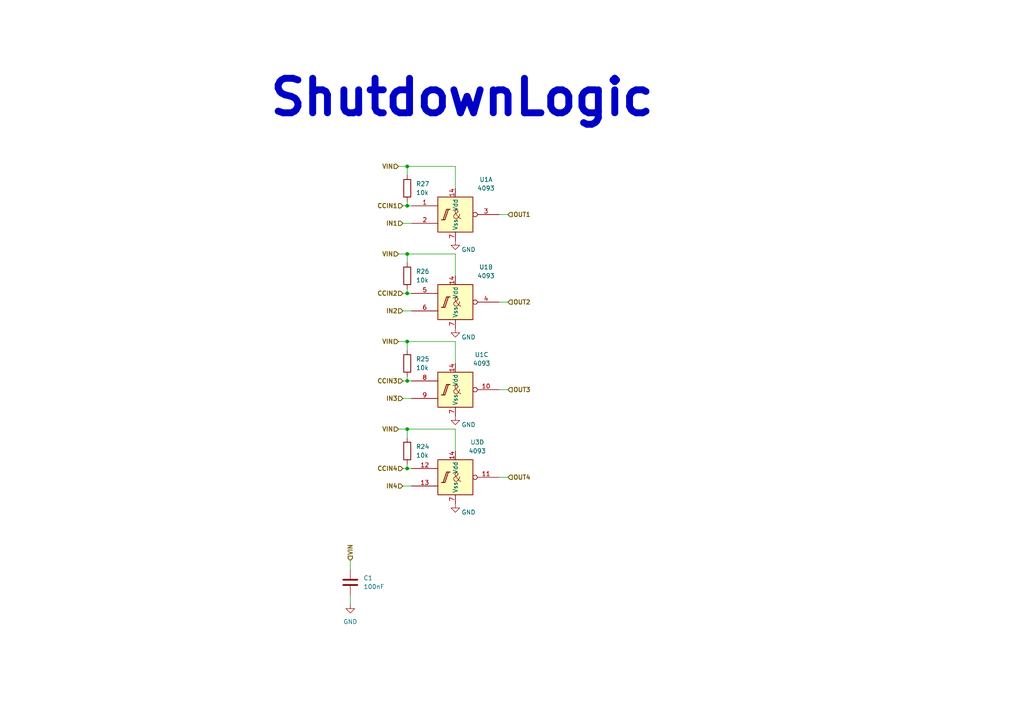
<source format=kicad_sch>
(kicad_sch (version 20230121) (generator eeschema)
  (paper "A4")
  (lib_symbols
    (symbol "4xxx_IEEE:4093"
      (property "Reference" "U" (at 3.81 6.35 0))
      (property "Value" "4093" (at 5.08 -6.35 0))
      (symbol "4093_0_0"
        (rectangle (start -5.08 5.08) (end 5.08 -5.08) (stroke (width 0.254)) (fill (type background)))
        (polyline (pts (xy -4.064 -1.524) (xy -3.048 -1.524) (xy -2.032 1.524) (xy -1.524 1.524) (xy -2.54 1.524) (xy -3.556 -1.524) (xy -3.556 -1.524)) (stroke (width 0.254)) (fill (type background)))
        (text "&" (at 0.508 0 0) (effects (font (size 2.54 2.54))))
        (pin power_in line (at 0 7.62 270) (length 2.54) (name "Vdd") (number "14"))
        (pin power_in line (at 0 -7.62 90) (length 2.54) (name "Vss") (number "7"))
      )
      (symbol "4093_1_1"
        (pin input line (at -12.7 2.54 0) (length 7.62) (name "~") (number "1"))
        (pin input line (at -12.7 -2.54 0) (length 7.62) (name "~") (number "2"))
        (pin output inverted (at 12.7 0 180) (length 7.62) (name "~") (number "3"))
      )
      (symbol "4093_2_1"
        (pin output inverted (at 12.7 0 180) (length 7.62) (name "~") (number "4"))
        (pin input line (at -12.7 2.54 0) (length 7.62) (name "~") (number "5"))
        (pin input line (at -12.7 -2.54 0) (length 7.62) (name "~") (number "6"))
      )
      (symbol "4093_3_1"
        (pin output inverted (at 12.7 0 180) (length 7.62) (name "~") (number "10"))
        (pin input line (at -12.7 2.54 0) (length 7.62) (name "~") (number "8"))
        (pin input line (at -12.7 -2.54 0) (length 7.62) (name "~") (number "9"))
      )
      (symbol "4093_4_1"
        (pin output inverted (at 12.7 0 180) (length 7.62) (name "~") (number "11"))
        (pin input line (at -12.7 2.54 0) (length 7.62) (name "~") (number "12"))
        (pin input line (at -12.7 -2.54 0) (length 7.62) (name "~") (number "13"))
      )
    )
    (symbol "Device:C" (pin_numbers hide) (pin_names (offset 0.254))
      (property "Reference" "C" (at 0.635 2.54 0))
      (property "Value" "C" (at 0.635 -2.54 0))
      (symbol "C_0_1"
        (polyline (pts (xy -2.032 -0.762) (xy 2.032 -0.762)) (stroke (width 0.508)))
        (polyline (pts (xy -2.032 0.762) (xy 2.032 0.762)) (stroke (width 0.508)))
      )
      (symbol "C_1_1"
        (pin passive line (at 0 3.81 270) (length 2.794) (name "~") (number "1"))
        (pin passive line (at 0 -3.81 90) (length 2.794) (name "~") (number "2"))
      )
    )
    (symbol "Device:R" (pin_numbers hide) (pin_names (offset 0))
      (property "Reference" "R" (at 2.032 0 90))
      (property "Value" "R" (at 0 0 90))
      (symbol "R_0_1"
        (rectangle (start -1.016 -2.54) (end 1.016 2.54) (stroke (width 0.254)))
      )
      (symbol "R_1_1"
        (pin passive line (at 0 3.81 270) (length 1.27) (name "~") (number "1"))
        (pin passive line (at 0 -3.81 90) (length 1.27) (name "~") (number "2"))
      )
    )
    (symbol "power:GND" (power) (pin_names (offset 0))
      (property "Value" "GND" (at 0 -3.81 0))
      (symbol "GND_0_1"
        (polyline (pts (xy 0 0) (xy 0 -1.27) (xy 1.27 -1.27) (xy 0 -2.54) (xy -1.27 -1.27) (xy 0 -1.27)))
      )
      (symbol "GND_1_1"
        (pin power_in line (at 0 0 270) (length 0) hide (name "GND") (number "1"))
      )
    )
  )
  (junction (at 118.11 124.46))
  (junction (at 118.11 99.06))
  (junction (at 118.11 110.49))
  (junction (at 118.11 48.26))
  (junction (at 118.11 59.69))
  (junction (at 118.11 135.89))
  (junction (at 118.11 73.66))
  (junction (at 118.11 85.09))
  (wire (pts (xy 116.84 115.57) (xy 119.38 115.57)))
  (wire (pts (xy 116.84 90.17) (xy 119.38 90.17)))
  (wire (pts (xy 118.11 124.46) (xy 115.57 124.46)))
  (wire (pts (xy 132.08 80.01) (xy 132.08 73.66)))
  (wire (pts (xy 101.6 172.72) (xy 101.6 175.26)))
  (wire (pts (xy 132.08 73.66) (xy 118.11 73.66)))
  (wire (pts (xy 118.11 110.49) (xy 119.38 110.49)))
  (wire (pts (xy 101.6 162.56) (xy 101.6 165.1)))
  (wire (pts (xy 118.11 109.22) (xy 118.11 110.49)))
  (wire (pts (xy 118.11 127) (xy 118.11 124.46)))
  (wire (pts (xy 132.08 99.06) (xy 118.11 99.06)))
  (wire (pts (xy 119.38 59.69) (xy 118.11 59.69)))
  (wire (pts (xy 118.11 99.06) (xy 115.57 99.06)))
  (wire (pts (xy 144.78 138.43) (xy 147.32 138.43)))
  (wire (pts (xy 132.08 124.46) (xy 118.11 124.46)))
  (wire (pts (xy 119.38 135.89) (xy 118.11 135.89)))
  (wire (pts (xy 132.08 105.41) (xy 132.08 99.06)))
  (wire (pts (xy 116.84 110.49) (xy 118.11 110.49)))
  (wire (pts (xy 116.84 135.89) (xy 118.11 135.89)))
  (wire (pts (xy 132.08 48.26) (xy 132.08 54.61)))
  (wire (pts (xy 115.57 48.26) (xy 118.11 48.26)))
  (wire (pts (xy 116.84 59.69) (xy 118.11 59.69)))
  (wire (pts (xy 118.11 85.09) (xy 119.38 85.09)))
  (wire (pts (xy 118.11 59.69) (xy 118.11 58.42)))
  (wire (pts (xy 132.08 130.81) (xy 132.08 124.46)))
  (wire (pts (xy 118.11 73.66) (xy 115.57 73.66)))
  (wire (pts (xy 118.11 48.26) (xy 132.08 48.26)))
  (wire (pts (xy 118.11 76.2) (xy 118.11 73.66)))
  (wire (pts (xy 144.78 113.03) (xy 147.32 113.03)))
  (wire (pts (xy 116.84 64.77) (xy 119.38 64.77)))
  (wire (pts (xy 118.11 48.26) (xy 118.11 50.8)))
  (wire (pts (xy 118.11 83.82) (xy 118.11 85.09)))
  (wire (pts (xy 116.84 140.97) (xy 119.38 140.97)))
  (wire (pts (xy 118.11 135.89) (xy 118.11 134.62)))
  (wire (pts (xy 144.78 87.63) (xy 147.32 87.63)))
  (wire (pts (xy 118.11 101.6) (xy 118.11 99.06)))
  (wire (pts (xy 144.78 62.23) (xy 147.32 62.23)))
  (wire (pts (xy 116.84 85.09) (xy 118.11 85.09)))
  (text "ShutdownLogic" (at 77.47 34.29 0) (effects (font (size 10 10) bold) (justify left bottom)))
  (hierarchical_label "VIN" (shape input) (at 115.57 48.26 180) (effects (font bold)))
  (hierarchical_label "OUT3" (shape input) (at 147.32 113.03 0) (effects (font bold)))
  (hierarchical_label "IN3" (shape input) (at 116.84 115.57 180) (effects (font bold)))
  (hierarchical_label "CCIN1" (shape input) (at 116.84 59.69 180) (effects (font bold)))
  (hierarchical_label "CCIN4" (shape input) (at 116.84 135.89 180) (effects (font bold)))
  (hierarchical_label "IN4" (shape input) (at 116.84 140.97 180) (effects (font bold)))
  (hierarchical_label "OUT4" (shape input) (at 147.32 138.43 0) (effects (font bold)))
  (hierarchical_label "OUT2" (shape input) (at 147.32 87.63 0) (effects (font bold)))
  (hierarchical_label "IN2" (shape input) (at 116.84 90.17 180) (effects (font bold)))
  (hierarchical_label "VIN" (shape input) (at 115.57 99.06 180) (effects (font bold)))
  (hierarchical_label "CCIN3" (shape input) (at 116.84 110.49 180) (effects (font bold)))
  (hierarchical_label "CCIN2" (shape input) (at 116.84 85.09 180) (effects (font bold)))
  (hierarchical_label "IN1" (shape input) (at 116.84 64.77 180) (effects (font bold)))
  (hierarchical_label "VIN" (shape input) (at 101.6 162.56 90) (effects (font bold)))
  (hierarchical_label "OUT1" (shape input) (at 147.32 62.23 0) (effects (font bold)))
  (hierarchical_label "VIN" (shape input) (at 115.57 124.46 180) (effects (font bold)))
  (hierarchical_label "VIN" (shape input) (at 115.57 73.66 180) (effects (font bold)))
  (symbol (lib_id "power:GND") (at 132.08 95.25 0) (unit 1)
    (property "Reference" "#PWR08" (effects hide))
    (property "Value" "GND" (at 135.89 97.79 0))
  )
  (symbol (lib_id "4xxx_IEEE:4093") (at 132.08 138.43 0) (unit 4)
    (property "Reference" "U3" (at 138.43 128.27 0))
    (property "Value" "4093" (at 138.43 130.81 0))
  )
  (symbol (lib_id "power:GND") (at 132.08 146.05 0) (unit 1)
    (property "Reference" "#PWR010" (effects hide))
    (property "Value" "GND" (at 135.89 148.59 0))
  )
  (symbol (lib_id "Device:R") (at 118.11 130.81 0) (unit 1)
    (property "Reference" "R24" (at 120.65 129.54 0) (effects (justify left)))
    (property "Value" "10k" (at 120.65 132.08 0) (effects (justify left)))
    (property "Footprint" "Resistor_SMD:R_0603_1608Metric_Pad0.98x0.95mm_HandSolder" (effects hide))
  )
  (symbol (lib_id "Device:R") (at 118.11 54.61 0) (unit 1)
    (property "Reference" "R27" (at 120.65 53.34 0) (effects (justify left)))
    (property "Value" "10k" (at 120.65 55.88 0) (effects (justify left)))
    (property "Footprint" "Resistor_SMD:R_0603_1608Metric_Pad0.98x0.95mm_HandSolder" (effects hide))
  )
  (symbol (lib_id "Device:R") (at 118.11 105.41 0) (unit 1)
    (property "Reference" "R25" (at 120.65 104.14 0) (effects (justify left)))
    (property "Value" "10k" (at 120.65 106.68 0) (effects (justify left)))
    (property "Footprint" "Resistor_SMD:R_0603_1608Metric_Pad0.98x0.95mm_HandSolder" (effects hide))
  )
  (symbol (lib_id "Device:R") (at 118.11 80.01 0) (unit 1)
    (property "Reference" "R26" (at 120.65 78.74 0) (effects (justify left)))
    (property "Value" "10k" (at 120.65 81.28 0) (effects (justify left)))
    (property "Footprint" "Resistor_SMD:R_0603_1608Metric_Pad0.98x0.95mm_HandSolder" (effects hide))
  )
  (symbol (lib_id "4xxx_IEEE:4093") (at 132.08 62.23 0) (unit 1)
    (property "Reference" "U1" (at 140.97 52.07 0))
    (property "Value" "4093" (at 140.97 54.61 0))
  )
  (symbol (lib_id "power:GND") (at 132.08 69.85 0) (unit 1)
    (property "Reference" "#PWR07" (effects hide))
    (property "Value" "GND" (at 135.89 72.39 0))
  )
  (symbol (lib_id "4xxx_IEEE:4093") (at 132.08 87.63 0) (unit 2)
    (property "Reference" "U1" (at 140.97 77.47 0))
    (property "Value" "4093" (at 140.97 80.01 0))
  )
  (symbol (lib_id "power:GND") (at 132.08 120.65 0) (unit 1)
    (property "Reference" "#PWR09" (effects hide))
    (property "Value" "GND" (at 135.89 123.19 0))
  )
  (symbol (lib_id "power:GND") (at 101.6 175.26 0) (unit 1)
    (property "Reference" "#PWR06" (effects hide))
    (property "Value" "GND" (at 101.6 180.34 0))
  )
  (symbol (lib_id "Device:C") (at 101.6 168.91 0) (unit 1)
    (property "Reference" "C1" (at 105.41 167.64 0) (effects (justify left)))
    (property "Value" "100nF" (at 105.41 170.18 0) (effects (justify left)))
    (property "Footprint" "Capacitor_SMD:C_0603_1608Metric_Pad1.08x0.95mm_HandSolder" (effects hide))
  )
  (symbol (lib_id "4xxx_IEEE:4093") (at 132.08 113.03 0) (unit 3)
    (property "Reference" "U1" (at 139.7 102.87 0))
    (property "Value" "4093" (at 139.7 105.41 0))
  )
)
</source>
